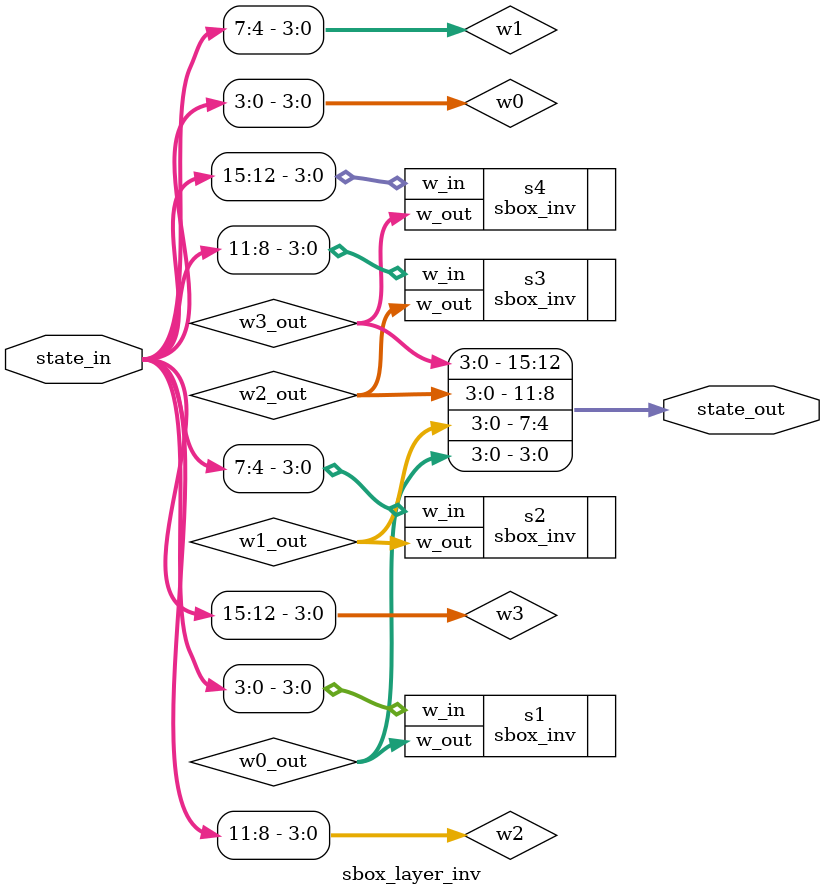
<source format=v>
module sbox_layer_inv(state_in, state_out);

	input [15:0] state_in;
	output [15:0] state_out;
 
	wire [3:0] w0, w1, w2, w3, w0_out, w1_out, w2_out, w3_out;
 
	assign w0 = state_in[3:0];
	assign w1 = state_in[7:4];
	assign w2 = state_in[11:8];
	assign w3 = state_in[15:12];
	
	sbox_inv s1 (.w_in(w0), .w_out(w0_out));
	sbox_inv s2 (.w_in(w1), .w_out(w1_out));
	sbox_inv s3 (.w_in(w2), .w_out(w2_out));
	sbox_inv s4 (.w_in(w3), .w_out(w3_out));
 
 
	assign state_out = {w3_out, w2_out, w1_out, w0_out};

endmodule
</source>
